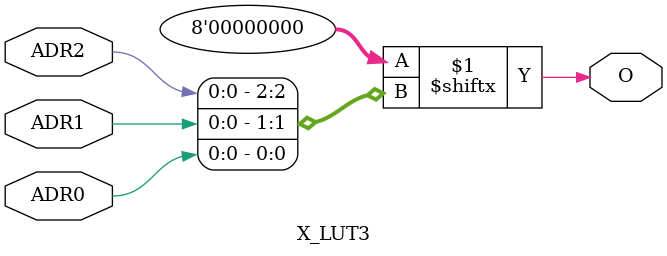
<source format=v>

`celldefine
`timescale 1 ps/1 ps

module X_LUT3 (O, ADR0, ADR1, ADR2);

  parameter INIT = 8'h00;
  parameter LOC = "UNPLACED";
  output O;
  input ADR0, ADR1, ADR2;

        assign O = INIT[{ADR2,ADR1,ADR0}];

endmodule

</source>
